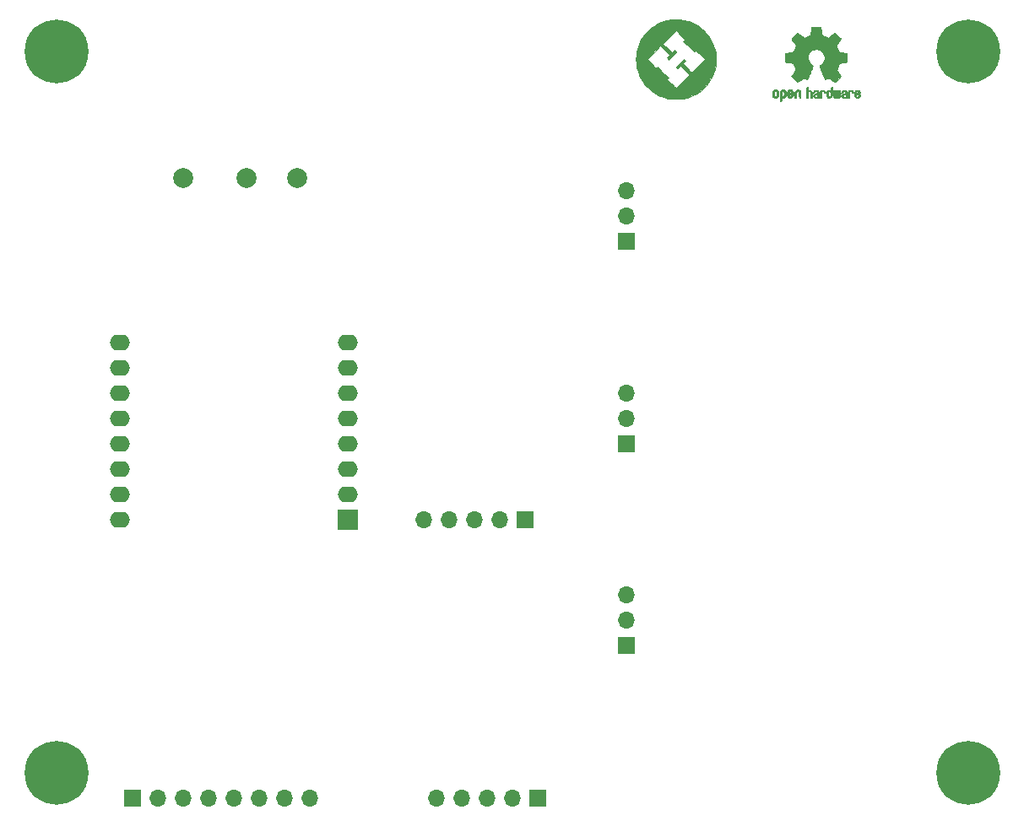
<source format=gbr>
%TF.GenerationSoftware,KiCad,Pcbnew,(6.0.5)*%
%TF.CreationDate,2022-06-11T19:16:15+01:00*%
%TF.ProjectId,kiln-pcb,6b696c6e-2d70-4636-922e-6b696361645f,rev?*%
%TF.SameCoordinates,Original*%
%TF.FileFunction,Soldermask,Top*%
%TF.FilePolarity,Negative*%
%FSLAX46Y46*%
G04 Gerber Fmt 4.6, Leading zero omitted, Abs format (unit mm)*
G04 Created by KiCad (PCBNEW (6.0.5)) date 2022-06-11 19:16:15*
%MOMM*%
%LPD*%
G01*
G04 APERTURE LIST*
%ADD10C,0.010000*%
%ADD11C,0.800000*%
%ADD12C,6.400000*%
%ADD13R,1.700000X1.700000*%
%ADD14O,1.700000X1.700000*%
%ADD15C,2.000000*%
%ADD16R,2.000000X2.000000*%
%ADD17O,2.000000X1.600000*%
G04 APERTURE END LIST*
%TO.C,Ref\u002A\u002A*%
G36*
X138230090Y-44456931D02*
G01*
X138231468Y-44450000D01*
X138329938Y-44062982D01*
X138466774Y-43690546D01*
X138639774Y-43335173D01*
X138846738Y-42999344D01*
X139085464Y-42685541D01*
X139353750Y-42396245D01*
X139649395Y-42133938D01*
X139970199Y-41901101D01*
X140313959Y-41700215D01*
X140678475Y-41533761D01*
X140885521Y-41458283D01*
X141283654Y-41347633D01*
X141686925Y-41278653D01*
X142092994Y-41251343D01*
X142499520Y-41265705D01*
X142904162Y-41321741D01*
X143304580Y-41419453D01*
X143422396Y-41456517D01*
X143786192Y-41595073D01*
X144122861Y-41761998D01*
X144438561Y-41961031D01*
X144739451Y-42195911D01*
X144935977Y-42375341D01*
X145165346Y-42611677D01*
X145361942Y-42847711D01*
X145533782Y-43094467D01*
X145688885Y-43362971D01*
X145767431Y-43518667D01*
X145925866Y-43893970D01*
X146044026Y-44277872D01*
X146122393Y-44667521D01*
X146161449Y-45060069D01*
X146161676Y-45452664D01*
X146123554Y-45842457D01*
X146047566Y-46226598D01*
X145934192Y-46602236D01*
X145783915Y-46966521D01*
X145597217Y-47316603D01*
X145374577Y-47649633D01*
X145116479Y-47962759D01*
X144995008Y-48090280D01*
X144693220Y-48364190D01*
X144367745Y-48604028D01*
X144021452Y-48808615D01*
X143657211Y-48976775D01*
X143277891Y-49107330D01*
X142886360Y-49199103D01*
X142485487Y-49250915D01*
X142138562Y-49262648D01*
X142014371Y-49259990D01*
X141886963Y-49254849D01*
X141771902Y-49247985D01*
X141689855Y-49240748D01*
X141329241Y-49180909D01*
X140965599Y-49084112D01*
X140608528Y-48953803D01*
X140267629Y-48793429D01*
X139987817Y-48629634D01*
X139654382Y-48389132D01*
X139351387Y-48120683D01*
X139079898Y-47826821D01*
X138840981Y-47510084D01*
X138635701Y-47173007D01*
X138465124Y-46818125D01*
X138330316Y-46447973D01*
X138232341Y-46065089D01*
X138172265Y-45672007D01*
X138151155Y-45271263D01*
X138151958Y-45254029D01*
X139266328Y-45254029D01*
X140164786Y-46153217D01*
X140239922Y-46079849D01*
X140315057Y-46006481D01*
X140864219Y-46555948D01*
X141413381Y-47105414D01*
X141340622Y-47180481D01*
X141267864Y-47255549D01*
X141711504Y-47699566D01*
X141823759Y-47811563D01*
X141926300Y-47913191D01*
X142015343Y-48000753D01*
X142087104Y-48070553D01*
X142137798Y-48118894D01*
X142163642Y-48142080D01*
X142166041Y-48143583D01*
X142182790Y-48129088D01*
X142226353Y-48087610D01*
X142293671Y-48022159D01*
X142381685Y-47935748D01*
X142487337Y-47831388D01*
X142607566Y-47712089D01*
X142739313Y-47580864D01*
X142843470Y-47476801D01*
X143510000Y-46810019D01*
X143060556Y-46360576D01*
X142611112Y-45911132D01*
X142462983Y-46058125D01*
X142314854Y-46205119D01*
X142240479Y-46133032D01*
X142197030Y-46086647D01*
X142170241Y-46049818D01*
X142166105Y-46038419D01*
X142180547Y-46017357D01*
X142220573Y-45971919D01*
X142281236Y-45907052D01*
X142357585Y-45827702D01*
X142444671Y-45738814D01*
X142537546Y-45645337D01*
X142631260Y-45552214D01*
X142720863Y-45464394D01*
X142801408Y-45386822D01*
X142867945Y-45324446D01*
X142915524Y-45282210D01*
X142939197Y-45265061D01*
X142940042Y-45264917D01*
X142966607Y-45279014D01*
X143009311Y-45314862D01*
X143034220Y-45339291D01*
X143106307Y-45413666D01*
X142822617Y-45699548D01*
X143722161Y-46598362D01*
X144388664Y-45931607D01*
X145055166Y-45264853D01*
X144606016Y-44815702D01*
X144156865Y-44366552D01*
X144086519Y-44434734D01*
X144040398Y-44475502D01*
X144004997Y-44499869D01*
X143995858Y-44502917D01*
X143976722Y-44488442D01*
X143931273Y-44447260D01*
X143862994Y-44382731D01*
X143775372Y-44298215D01*
X143671891Y-44197074D01*
X143556037Y-44082666D01*
X143436530Y-43963592D01*
X142897516Y-43424267D01*
X142975960Y-43343933D01*
X143054405Y-43263598D01*
X142155215Y-42365138D01*
X141488712Y-43031892D01*
X140822209Y-43698647D01*
X141721097Y-44597535D01*
X142008775Y-44312061D01*
X142098023Y-44402998D01*
X142145554Y-44454545D01*
X142177927Y-44495616D01*
X142187271Y-44514086D01*
X142172836Y-44534793D01*
X142132829Y-44579896D01*
X142072199Y-44644455D01*
X141995894Y-44723531D01*
X141908861Y-44812183D01*
X141816049Y-44905472D01*
X141722407Y-44998456D01*
X141632882Y-45086196D01*
X141552423Y-45163752D01*
X141485977Y-45226183D01*
X141438494Y-45268550D01*
X141414920Y-45285912D01*
X141414024Y-45286083D01*
X141388305Y-45271992D01*
X141344366Y-45235455D01*
X141302794Y-45195442D01*
X141213837Y-45104801D01*
X141362082Y-44957692D01*
X141510326Y-44810583D01*
X141060494Y-44360385D01*
X140610661Y-43910187D01*
X139938494Y-44582108D01*
X139266328Y-45254029D01*
X138151958Y-45254029D01*
X138170075Y-44865392D01*
X138230090Y-44456931D01*
G37*
D10*
X138230090Y-44456931D02*
X138231468Y-44450000D01*
X138329938Y-44062982D01*
X138466774Y-43690546D01*
X138639774Y-43335173D01*
X138846738Y-42999344D01*
X139085464Y-42685541D01*
X139353750Y-42396245D01*
X139649395Y-42133938D01*
X139970199Y-41901101D01*
X140313959Y-41700215D01*
X140678475Y-41533761D01*
X140885521Y-41458283D01*
X141283654Y-41347633D01*
X141686925Y-41278653D01*
X142092994Y-41251343D01*
X142499520Y-41265705D01*
X142904162Y-41321741D01*
X143304580Y-41419453D01*
X143422396Y-41456517D01*
X143786192Y-41595073D01*
X144122861Y-41761998D01*
X144438561Y-41961031D01*
X144739451Y-42195911D01*
X144935977Y-42375341D01*
X145165346Y-42611677D01*
X145361942Y-42847711D01*
X145533782Y-43094467D01*
X145688885Y-43362971D01*
X145767431Y-43518667D01*
X145925866Y-43893970D01*
X146044026Y-44277872D01*
X146122393Y-44667521D01*
X146161449Y-45060069D01*
X146161676Y-45452664D01*
X146123554Y-45842457D01*
X146047566Y-46226598D01*
X145934192Y-46602236D01*
X145783915Y-46966521D01*
X145597217Y-47316603D01*
X145374577Y-47649633D01*
X145116479Y-47962759D01*
X144995008Y-48090280D01*
X144693220Y-48364190D01*
X144367745Y-48604028D01*
X144021452Y-48808615D01*
X143657211Y-48976775D01*
X143277891Y-49107330D01*
X142886360Y-49199103D01*
X142485487Y-49250915D01*
X142138562Y-49262648D01*
X142014371Y-49259990D01*
X141886963Y-49254849D01*
X141771902Y-49247985D01*
X141689855Y-49240748D01*
X141329241Y-49180909D01*
X140965599Y-49084112D01*
X140608528Y-48953803D01*
X140267629Y-48793429D01*
X139987817Y-48629634D01*
X139654382Y-48389132D01*
X139351387Y-48120683D01*
X139079898Y-47826821D01*
X138840981Y-47510084D01*
X138635701Y-47173007D01*
X138465124Y-46818125D01*
X138330316Y-46447973D01*
X138232341Y-46065089D01*
X138172265Y-45672007D01*
X138151155Y-45271263D01*
X138151958Y-45254029D01*
X139266328Y-45254029D01*
X140164786Y-46153217D01*
X140239922Y-46079849D01*
X140315057Y-46006481D01*
X140864219Y-46555948D01*
X141413381Y-47105414D01*
X141340622Y-47180481D01*
X141267864Y-47255549D01*
X141711504Y-47699566D01*
X141823759Y-47811563D01*
X141926300Y-47913191D01*
X142015343Y-48000753D01*
X142087104Y-48070553D01*
X142137798Y-48118894D01*
X142163642Y-48142080D01*
X142166041Y-48143583D01*
X142182790Y-48129088D01*
X142226353Y-48087610D01*
X142293671Y-48022159D01*
X142381685Y-47935748D01*
X142487337Y-47831388D01*
X142607566Y-47712089D01*
X142739313Y-47580864D01*
X142843470Y-47476801D01*
X143510000Y-46810019D01*
X143060556Y-46360576D01*
X142611112Y-45911132D01*
X142462983Y-46058125D01*
X142314854Y-46205119D01*
X142240479Y-46133032D01*
X142197030Y-46086647D01*
X142170241Y-46049818D01*
X142166105Y-46038419D01*
X142180547Y-46017357D01*
X142220573Y-45971919D01*
X142281236Y-45907052D01*
X142357585Y-45827702D01*
X142444671Y-45738814D01*
X142537546Y-45645337D01*
X142631260Y-45552214D01*
X142720863Y-45464394D01*
X142801408Y-45386822D01*
X142867945Y-45324446D01*
X142915524Y-45282210D01*
X142939197Y-45265061D01*
X142940042Y-45264917D01*
X142966607Y-45279014D01*
X143009311Y-45314862D01*
X143034220Y-45339291D01*
X143106307Y-45413666D01*
X142822617Y-45699548D01*
X143722161Y-46598362D01*
X144388664Y-45931607D01*
X145055166Y-45264853D01*
X144606016Y-44815702D01*
X144156865Y-44366552D01*
X144086519Y-44434734D01*
X144040398Y-44475502D01*
X144004997Y-44499869D01*
X143995858Y-44502917D01*
X143976722Y-44488442D01*
X143931273Y-44447260D01*
X143862994Y-44382731D01*
X143775372Y-44298215D01*
X143671891Y-44197074D01*
X143556037Y-44082666D01*
X143436530Y-43963592D01*
X142897516Y-43424267D01*
X142975960Y-43343933D01*
X143054405Y-43263598D01*
X142155215Y-42365138D01*
X141488712Y-43031892D01*
X140822209Y-43698647D01*
X141721097Y-44597535D01*
X142008775Y-44312061D01*
X142098023Y-44402998D01*
X142145554Y-44454545D01*
X142177927Y-44495616D01*
X142187271Y-44514086D01*
X142172836Y-44534793D01*
X142132829Y-44579896D01*
X142072199Y-44644455D01*
X141995894Y-44723531D01*
X141908861Y-44812183D01*
X141816049Y-44905472D01*
X141722407Y-44998456D01*
X141632882Y-45086196D01*
X141552423Y-45163752D01*
X141485977Y-45226183D01*
X141438494Y-45268550D01*
X141414920Y-45285912D01*
X141414024Y-45286083D01*
X141388305Y-45271992D01*
X141344366Y-45235455D01*
X141302794Y-45195442D01*
X141213837Y-45104801D01*
X141362082Y-44957692D01*
X141510326Y-44810583D01*
X141060494Y-44360385D01*
X140610661Y-43910187D01*
X139938494Y-44582108D01*
X139266328Y-45254029D01*
X138151958Y-45254029D01*
X138170075Y-44865392D01*
X138230090Y-44456931D01*
%TO.C,REF\u002A\u002A*%
G36*
X155369846Y-48212120D02*
G01*
X155375572Y-48291980D01*
X155382149Y-48339039D01*
X155391262Y-48359566D01*
X155404598Y-48359829D01*
X155408923Y-48357378D01*
X155466444Y-48339636D01*
X155541268Y-48340672D01*
X155617339Y-48358910D01*
X155664918Y-48382505D01*
X155713702Y-48420198D01*
X155749364Y-48462855D01*
X155773845Y-48517057D01*
X155789087Y-48589384D01*
X155797030Y-48686419D01*
X155799616Y-48814742D01*
X155799662Y-48839358D01*
X155799692Y-49115870D01*
X155738161Y-49137320D01*
X155694459Y-49151912D01*
X155670482Y-49158706D01*
X155669777Y-49158769D01*
X155667415Y-49140345D01*
X155665406Y-49089526D01*
X155663901Y-49012993D01*
X155663053Y-48917430D01*
X155662923Y-48859329D01*
X155662651Y-48744771D01*
X155661252Y-48662667D01*
X155657849Y-48606393D01*
X155651567Y-48569326D01*
X155641529Y-48544844D01*
X155626861Y-48526325D01*
X155617702Y-48517406D01*
X155554789Y-48481466D01*
X155486136Y-48478775D01*
X155423848Y-48509170D01*
X155412329Y-48520144D01*
X155395433Y-48540779D01*
X155383714Y-48565256D01*
X155376233Y-48600647D01*
X155372054Y-48654026D01*
X155370237Y-48732466D01*
X155369846Y-48840617D01*
X155369846Y-49115870D01*
X155308315Y-49137320D01*
X155264613Y-49151912D01*
X155240636Y-49158706D01*
X155239930Y-49158769D01*
X155238126Y-49140069D01*
X155236500Y-49087322D01*
X155235117Y-49005557D01*
X155234042Y-48899805D01*
X155233340Y-48775094D01*
X155233077Y-48636455D01*
X155233077Y-48101806D01*
X155360077Y-48048236D01*
X155369846Y-48212120D01*
G37*
X155369846Y-48212120D02*
X155375572Y-48291980D01*
X155382149Y-48339039D01*
X155391262Y-48359566D01*
X155404598Y-48359829D01*
X155408923Y-48357378D01*
X155466444Y-48339636D01*
X155541268Y-48340672D01*
X155617339Y-48358910D01*
X155664918Y-48382505D01*
X155713702Y-48420198D01*
X155749364Y-48462855D01*
X155773845Y-48517057D01*
X155789087Y-48589384D01*
X155797030Y-48686419D01*
X155799616Y-48814742D01*
X155799662Y-48839358D01*
X155799692Y-49115870D01*
X155738161Y-49137320D01*
X155694459Y-49151912D01*
X155670482Y-49158706D01*
X155669777Y-49158769D01*
X155667415Y-49140345D01*
X155665406Y-49089526D01*
X155663901Y-49012993D01*
X155663053Y-48917430D01*
X155662923Y-48859329D01*
X155662651Y-48744771D01*
X155661252Y-48662667D01*
X155657849Y-48606393D01*
X155651567Y-48569326D01*
X155641529Y-48544844D01*
X155626861Y-48526325D01*
X155617702Y-48517406D01*
X155554789Y-48481466D01*
X155486136Y-48478775D01*
X155423848Y-48509170D01*
X155412329Y-48520144D01*
X155395433Y-48540779D01*
X155383714Y-48565256D01*
X155376233Y-48600647D01*
X155372054Y-48654026D01*
X155370237Y-48732466D01*
X155369846Y-48840617D01*
X155369846Y-49115870D01*
X155308315Y-49137320D01*
X155264613Y-49151912D01*
X155240636Y-49158706D01*
X155239930Y-49158769D01*
X155238126Y-49140069D01*
X155236500Y-49087322D01*
X155235117Y-49005557D01*
X155234042Y-48899805D01*
X155233340Y-48775094D01*
X155233077Y-48636455D01*
X155233077Y-48101806D01*
X155360077Y-48048236D01*
X155369846Y-48212120D01*
G36*
X156263501Y-48346303D02*
G01*
X156340060Y-48374733D01*
X156340936Y-48375279D01*
X156388285Y-48410127D01*
X156423241Y-48450852D01*
X156447825Y-48503925D01*
X156464062Y-48575814D01*
X156473975Y-48672992D01*
X156479586Y-48801928D01*
X156480077Y-48820298D01*
X156487141Y-49097287D01*
X156427695Y-49128028D01*
X156384681Y-49148802D01*
X156358710Y-49158646D01*
X156357509Y-49158769D01*
X156353014Y-49140606D01*
X156349444Y-49091612D01*
X156347248Y-49020031D01*
X156346769Y-48962068D01*
X156346758Y-48868170D01*
X156342466Y-48809203D01*
X156327503Y-48781079D01*
X156295482Y-48779706D01*
X156240014Y-48800998D01*
X156156269Y-48840136D01*
X156094689Y-48872643D01*
X156063017Y-48900845D01*
X156053706Y-48931582D01*
X156053692Y-48933104D01*
X156069057Y-48986054D01*
X156114547Y-49014660D01*
X156184166Y-49018803D01*
X156234313Y-49018084D01*
X156260754Y-49032527D01*
X156277243Y-49067218D01*
X156286733Y-49111416D01*
X156273057Y-49136493D01*
X156267907Y-49140082D01*
X156219425Y-49154496D01*
X156151531Y-49156537D01*
X156081612Y-49146983D01*
X156032068Y-49129522D01*
X155963570Y-49071364D01*
X155924634Y-48990408D01*
X155916923Y-48927160D01*
X155922807Y-48870111D01*
X155944101Y-48823542D01*
X155986265Y-48782181D01*
X156054759Y-48740755D01*
X156155044Y-48693993D01*
X156161154Y-48691350D01*
X156251490Y-48649617D01*
X156307235Y-48615391D01*
X156331129Y-48584635D01*
X156325913Y-48553311D01*
X156294328Y-48517383D01*
X156284883Y-48509116D01*
X156221617Y-48477058D01*
X156156064Y-48478407D01*
X156098972Y-48509838D01*
X156061093Y-48568024D01*
X156057574Y-48579446D01*
X156023300Y-48634837D01*
X155979809Y-48661518D01*
X155916923Y-48687960D01*
X155916923Y-48619548D01*
X155936052Y-48520110D01*
X155992831Y-48428902D01*
X156022378Y-48398389D01*
X156089542Y-48359228D01*
X156174956Y-48341500D01*
X156263501Y-48346303D01*
G37*
X156263501Y-48346303D02*
X156340060Y-48374733D01*
X156340936Y-48375279D01*
X156388285Y-48410127D01*
X156423241Y-48450852D01*
X156447825Y-48503925D01*
X156464062Y-48575814D01*
X156473975Y-48672992D01*
X156479586Y-48801928D01*
X156480077Y-48820298D01*
X156487141Y-49097287D01*
X156427695Y-49128028D01*
X156384681Y-49148802D01*
X156358710Y-49158646D01*
X156357509Y-49158769D01*
X156353014Y-49140606D01*
X156349444Y-49091612D01*
X156347248Y-49020031D01*
X156346769Y-48962068D01*
X156346758Y-48868170D01*
X156342466Y-48809203D01*
X156327503Y-48781079D01*
X156295482Y-48779706D01*
X156240014Y-48800998D01*
X156156269Y-48840136D01*
X156094689Y-48872643D01*
X156063017Y-48900845D01*
X156053706Y-48931582D01*
X156053692Y-48933104D01*
X156069057Y-48986054D01*
X156114547Y-49014660D01*
X156184166Y-49018803D01*
X156234313Y-49018084D01*
X156260754Y-49032527D01*
X156277243Y-49067218D01*
X156286733Y-49111416D01*
X156273057Y-49136493D01*
X156267907Y-49140082D01*
X156219425Y-49154496D01*
X156151531Y-49156537D01*
X156081612Y-49146983D01*
X156032068Y-49129522D01*
X155963570Y-49071364D01*
X155924634Y-48990408D01*
X155916923Y-48927160D01*
X155922807Y-48870111D01*
X155944101Y-48823542D01*
X155986265Y-48782181D01*
X156054759Y-48740755D01*
X156155044Y-48693993D01*
X156161154Y-48691350D01*
X156251490Y-48649617D01*
X156307235Y-48615391D01*
X156331129Y-48584635D01*
X156325913Y-48553311D01*
X156294328Y-48517383D01*
X156284883Y-48509116D01*
X156221617Y-48477058D01*
X156156064Y-48478407D01*
X156098972Y-48509838D01*
X156061093Y-48568024D01*
X156057574Y-48579446D01*
X156023300Y-48634837D01*
X155979809Y-48661518D01*
X155916923Y-48687960D01*
X155916923Y-48619548D01*
X155936052Y-48520110D01*
X155992831Y-48428902D01*
X156022378Y-48398389D01*
X156089542Y-48359228D01*
X156174956Y-48341500D01*
X156263501Y-48346303D01*
G36*
X159097333Y-48353528D02*
G01*
X159153590Y-48379117D01*
X159197747Y-48410124D01*
X159230101Y-48444795D01*
X159252438Y-48489520D01*
X159266546Y-48550692D01*
X159274211Y-48634701D01*
X159277220Y-48747940D01*
X159277538Y-48822509D01*
X159277538Y-49113420D01*
X159227773Y-49136095D01*
X159188576Y-49152667D01*
X159169157Y-49158769D01*
X159165442Y-49140610D01*
X159162495Y-49091648D01*
X159160691Y-49020153D01*
X159160308Y-48963385D01*
X159158661Y-48881371D01*
X159154222Y-48816309D01*
X159147740Y-48776467D01*
X159142590Y-48768000D01*
X159107977Y-48776646D01*
X159053640Y-48798823D01*
X158990722Y-48828886D01*
X158930368Y-48861192D01*
X158883721Y-48890098D01*
X158861926Y-48909961D01*
X158861839Y-48910175D01*
X158863714Y-48946935D01*
X158880525Y-48982026D01*
X158910039Y-49010528D01*
X158953116Y-49020061D01*
X158989932Y-49018950D01*
X159042074Y-49018133D01*
X159069444Y-49030349D01*
X159085882Y-49062624D01*
X159087955Y-49068710D01*
X159095081Y-49114739D01*
X159076024Y-49142687D01*
X159026353Y-49156007D01*
X158972697Y-49158470D01*
X158876142Y-49140210D01*
X158826159Y-49114131D01*
X158764429Y-49052868D01*
X158731690Y-48977670D01*
X158728753Y-48898211D01*
X158756424Y-48824167D01*
X158798047Y-48777769D01*
X158839604Y-48751793D01*
X158904922Y-48718907D01*
X158981038Y-48685557D01*
X158993726Y-48680461D01*
X159077333Y-48643565D01*
X159125530Y-48611046D01*
X159141030Y-48578718D01*
X159126550Y-48542394D01*
X159101692Y-48514000D01*
X159042939Y-48479039D01*
X158978293Y-48476417D01*
X158919008Y-48503358D01*
X158876339Y-48557088D01*
X158870739Y-48570950D01*
X158838133Y-48621936D01*
X158790530Y-48659787D01*
X158730461Y-48690850D01*
X158730461Y-48602768D01*
X158733997Y-48548951D01*
X158749156Y-48506534D01*
X158782768Y-48461279D01*
X158815035Y-48426420D01*
X158865209Y-48377062D01*
X158904193Y-48350547D01*
X158946064Y-48339911D01*
X158993460Y-48338154D01*
X159097333Y-48353528D01*
G37*
X159097333Y-48353528D02*
X159153590Y-48379117D01*
X159197747Y-48410124D01*
X159230101Y-48444795D01*
X159252438Y-48489520D01*
X159266546Y-48550692D01*
X159274211Y-48634701D01*
X159277220Y-48747940D01*
X159277538Y-48822509D01*
X159277538Y-49113420D01*
X159227773Y-49136095D01*
X159188576Y-49152667D01*
X159169157Y-49158769D01*
X159165442Y-49140610D01*
X159162495Y-49091648D01*
X159160691Y-49020153D01*
X159160308Y-48963385D01*
X159158661Y-48881371D01*
X159154222Y-48816309D01*
X159147740Y-48776467D01*
X159142590Y-48768000D01*
X159107977Y-48776646D01*
X159053640Y-48798823D01*
X158990722Y-48828886D01*
X158930368Y-48861192D01*
X158883721Y-48890098D01*
X158861926Y-48909961D01*
X158861839Y-48910175D01*
X158863714Y-48946935D01*
X158880525Y-48982026D01*
X158910039Y-49010528D01*
X158953116Y-49020061D01*
X158989932Y-49018950D01*
X159042074Y-49018133D01*
X159069444Y-49030349D01*
X159085882Y-49062624D01*
X159087955Y-49068710D01*
X159095081Y-49114739D01*
X159076024Y-49142687D01*
X159026353Y-49156007D01*
X158972697Y-49158470D01*
X158876142Y-49140210D01*
X158826159Y-49114131D01*
X158764429Y-49052868D01*
X158731690Y-48977670D01*
X158728753Y-48898211D01*
X158756424Y-48824167D01*
X158798047Y-48777769D01*
X158839604Y-48751793D01*
X158904922Y-48718907D01*
X158981038Y-48685557D01*
X158993726Y-48680461D01*
X159077333Y-48643565D01*
X159125530Y-48611046D01*
X159141030Y-48578718D01*
X159126550Y-48542394D01*
X159101692Y-48514000D01*
X159042939Y-48479039D01*
X158978293Y-48476417D01*
X158919008Y-48503358D01*
X158876339Y-48557088D01*
X158870739Y-48570950D01*
X158838133Y-48621936D01*
X158790530Y-48659787D01*
X158730461Y-48690850D01*
X158730461Y-48602768D01*
X158733997Y-48548951D01*
X158749156Y-48506534D01*
X158782768Y-48461279D01*
X158815035Y-48426420D01*
X158865209Y-48377062D01*
X158904193Y-48350547D01*
X158946064Y-48339911D01*
X158993460Y-48338154D01*
X159097333Y-48353528D01*
G36*
X156923362Y-48344670D02*
G01*
X157012117Y-48377421D01*
X157084022Y-48435350D01*
X157112144Y-48476128D01*
X157142802Y-48550954D01*
X157142165Y-48605058D01*
X157109987Y-48641446D01*
X157098081Y-48647633D01*
X157046675Y-48666925D01*
X157020422Y-48661982D01*
X157011530Y-48629587D01*
X157011077Y-48611692D01*
X156994797Y-48545859D01*
X156952365Y-48499807D01*
X156893388Y-48477564D01*
X156827475Y-48483161D01*
X156773895Y-48512229D01*
X156755798Y-48528810D01*
X156742971Y-48548925D01*
X156734306Y-48579332D01*
X156728696Y-48626788D01*
X156725035Y-48698050D01*
X156722215Y-48799875D01*
X156721484Y-48832115D01*
X156718820Y-48942410D01*
X156715792Y-49020036D01*
X156711250Y-49071396D01*
X156704046Y-49102890D01*
X156693033Y-49120920D01*
X156677060Y-49131888D01*
X156666834Y-49136733D01*
X156623406Y-49153301D01*
X156597842Y-49158769D01*
X156589395Y-49140507D01*
X156584239Y-49085296D01*
X156582346Y-48992499D01*
X156583689Y-48861478D01*
X156584107Y-48841269D01*
X156587058Y-48721733D01*
X156590548Y-48634449D01*
X156595514Y-48572591D01*
X156602893Y-48529336D01*
X156613624Y-48497860D01*
X156628645Y-48471339D01*
X156636502Y-48459975D01*
X156681553Y-48409692D01*
X156731940Y-48370581D01*
X156738108Y-48367167D01*
X156828458Y-48340212D01*
X156923362Y-48344670D01*
G37*
X156923362Y-48344670D02*
X157012117Y-48377421D01*
X157084022Y-48435350D01*
X157112144Y-48476128D01*
X157142802Y-48550954D01*
X157142165Y-48605058D01*
X157109987Y-48641446D01*
X157098081Y-48647633D01*
X157046675Y-48666925D01*
X157020422Y-48661982D01*
X157011530Y-48629587D01*
X157011077Y-48611692D01*
X156994797Y-48545859D01*
X156952365Y-48499807D01*
X156893388Y-48477564D01*
X156827475Y-48483161D01*
X156773895Y-48512229D01*
X156755798Y-48528810D01*
X156742971Y-48548925D01*
X156734306Y-48579332D01*
X156728696Y-48626788D01*
X156725035Y-48698050D01*
X156722215Y-48799875D01*
X156721484Y-48832115D01*
X156718820Y-48942410D01*
X156715792Y-49020036D01*
X156711250Y-49071396D01*
X156704046Y-49102890D01*
X156693033Y-49120920D01*
X156677060Y-49131888D01*
X156666834Y-49136733D01*
X156623406Y-49153301D01*
X156597842Y-49158769D01*
X156589395Y-49140507D01*
X156584239Y-49085296D01*
X156582346Y-48992499D01*
X156583689Y-48861478D01*
X156584107Y-48841269D01*
X156587058Y-48721733D01*
X156590548Y-48634449D01*
X156595514Y-48572591D01*
X156602893Y-48529336D01*
X156613624Y-48497860D01*
X156628645Y-48471339D01*
X156636502Y-48459975D01*
X156681553Y-48409692D01*
X156731940Y-48370581D01*
X156738108Y-48367167D01*
X156828458Y-48340212D01*
X156923362Y-48344670D01*
G36*
X160070279Y-48540310D02*
G01*
X160088707Y-48474767D01*
X160118607Y-48426512D01*
X160162327Y-48388367D01*
X160181388Y-48376040D01*
X160267973Y-48343936D01*
X160362769Y-48341916D01*
X160454471Y-48367438D01*
X160531775Y-48417961D01*
X160569061Y-48463190D01*
X160598600Y-48545263D01*
X160600946Y-48610207D01*
X160595632Y-48697045D01*
X160395362Y-48784703D01*
X160297986Y-48829487D01*
X160234360Y-48865513D01*
X160201276Y-48896717D01*
X160195527Y-48927036D01*
X160213905Y-48960405D01*
X160234170Y-48982523D01*
X160293136Y-49017993D01*
X160357271Y-49020479D01*
X160416173Y-48992835D01*
X160459444Y-48937920D01*
X160467183Y-48918528D01*
X160504253Y-48857964D01*
X160546901Y-48832152D01*
X160605401Y-48810071D01*
X160605401Y-48893784D01*
X160600229Y-48950750D01*
X160579970Y-48998789D01*
X160537509Y-49053946D01*
X160531198Y-49061114D01*
X160483967Y-49110185D01*
X160443368Y-49136520D01*
X160392575Y-49148635D01*
X160350467Y-49152603D01*
X160275149Y-49153591D01*
X160221533Y-49141066D01*
X160188085Y-49122469D01*
X160135515Y-49081575D01*
X160099126Y-49037348D01*
X160076097Y-48981726D01*
X160063606Y-48906647D01*
X160058834Y-48804049D01*
X160058453Y-48751976D01*
X160059748Y-48689548D01*
X160177718Y-48689548D01*
X160179086Y-48723038D01*
X160182496Y-48728523D01*
X160205000Y-48721072D01*
X160253429Y-48701353D01*
X160318155Y-48673318D01*
X160331690Y-48667292D01*
X160413491Y-48625696D01*
X160458559Y-48589138D01*
X160468464Y-48554896D01*
X160444773Y-48520248D01*
X160425207Y-48504939D01*
X160354607Y-48474321D01*
X160288527Y-48479380D01*
X160233206Y-48516751D01*
X160194883Y-48583073D01*
X160182596Y-48635716D01*
X160177718Y-48689548D01*
X160059748Y-48689548D01*
X160060977Y-48630320D01*
X160070279Y-48540310D01*
G37*
X160070279Y-48540310D02*
X160088707Y-48474767D01*
X160118607Y-48426512D01*
X160162327Y-48388367D01*
X160181388Y-48376040D01*
X160267973Y-48343936D01*
X160362769Y-48341916D01*
X160454471Y-48367438D01*
X160531775Y-48417961D01*
X160569061Y-48463190D01*
X160598600Y-48545263D01*
X160600946Y-48610207D01*
X160595632Y-48697045D01*
X160395362Y-48784703D01*
X160297986Y-48829487D01*
X160234360Y-48865513D01*
X160201276Y-48896717D01*
X160195527Y-48927036D01*
X160213905Y-48960405D01*
X160234170Y-48982523D01*
X160293136Y-49017993D01*
X160357271Y-49020479D01*
X160416173Y-48992835D01*
X160459444Y-48937920D01*
X160467183Y-48918528D01*
X160504253Y-48857964D01*
X160546901Y-48832152D01*
X160605401Y-48810071D01*
X160605401Y-48893784D01*
X160600229Y-48950750D01*
X160579970Y-48998789D01*
X160537509Y-49053946D01*
X160531198Y-49061114D01*
X160483967Y-49110185D01*
X160443368Y-49136520D01*
X160392575Y-49148635D01*
X160350467Y-49152603D01*
X160275149Y-49153591D01*
X160221533Y-49141066D01*
X160188085Y-49122469D01*
X160135515Y-49081575D01*
X160099126Y-49037348D01*
X160076097Y-48981726D01*
X160063606Y-48906647D01*
X160058834Y-48804049D01*
X160058453Y-48751976D01*
X160059748Y-48689548D01*
X160177718Y-48689548D01*
X160179086Y-48723038D01*
X160182496Y-48728523D01*
X160205000Y-48721072D01*
X160253429Y-48701353D01*
X160318155Y-48673318D01*
X160331690Y-48667292D01*
X160413491Y-48625696D01*
X160458559Y-48589138D01*
X160468464Y-48554896D01*
X160444773Y-48520248D01*
X160425207Y-48504939D01*
X160354607Y-48474321D01*
X160288527Y-48479380D01*
X160233206Y-48516751D01*
X160194883Y-48583073D01*
X160182596Y-48635716D01*
X160177718Y-48689548D01*
X160059748Y-48689548D01*
X160060977Y-48630320D01*
X160070279Y-48540310D01*
G36*
X153344778Y-48461055D02*
G01*
X153390421Y-48395215D01*
X153472802Y-48328681D01*
X153563546Y-48295676D01*
X153656185Y-48293573D01*
X153744254Y-48319745D01*
X153821286Y-48371567D01*
X153880816Y-48446412D01*
X153916378Y-48541654D01*
X153923571Y-48611756D01*
X153922754Y-48641009D01*
X153915914Y-48663407D01*
X153897112Y-48683474D01*
X153860408Y-48705733D01*
X153799862Y-48734709D01*
X153709534Y-48774927D01*
X153709077Y-48775129D01*
X153625933Y-48813210D01*
X153557753Y-48847025D01*
X153511505Y-48872933D01*
X153494158Y-48887295D01*
X153494154Y-48887411D01*
X153509443Y-48918685D01*
X153545196Y-48953157D01*
X153586242Y-48977990D01*
X153607037Y-48982923D01*
X153663770Y-48965862D01*
X153712627Y-48923133D01*
X153736465Y-48876155D01*
X153759397Y-48841522D01*
X153804318Y-48802081D01*
X153857123Y-48768009D01*
X153903710Y-48749480D01*
X153913452Y-48748462D01*
X153924418Y-48765215D01*
X153925079Y-48808039D01*
X153917020Y-48865781D01*
X153901827Y-48927289D01*
X153881086Y-48981409D01*
X153880038Y-48983510D01*
X153817621Y-49070660D01*
X153736726Y-49129939D01*
X153644856Y-49159034D01*
X153549513Y-49155634D01*
X153458198Y-49117428D01*
X153454138Y-49114741D01*
X153382306Y-49049642D01*
X153335073Y-48964705D01*
X153308934Y-48853021D01*
X153305426Y-48821643D01*
X153299213Y-48673536D01*
X153306661Y-48604468D01*
X153494154Y-48604468D01*
X153496590Y-48647552D01*
X153509914Y-48660126D01*
X153543132Y-48650719D01*
X153595494Y-48628483D01*
X153654024Y-48600610D01*
X153655479Y-48599872D01*
X153705089Y-48573777D01*
X153725000Y-48556363D01*
X153720090Y-48538107D01*
X153699416Y-48514120D01*
X153646819Y-48479406D01*
X153590177Y-48476856D01*
X153539369Y-48502119D01*
X153504276Y-48550847D01*
X153494154Y-48604468D01*
X153306661Y-48604468D01*
X153311992Y-48555036D01*
X153344778Y-48461055D01*
G37*
X153344778Y-48461055D02*
X153390421Y-48395215D01*
X153472802Y-48328681D01*
X153563546Y-48295676D01*
X153656185Y-48293573D01*
X153744254Y-48319745D01*
X153821286Y-48371567D01*
X153880816Y-48446412D01*
X153916378Y-48541654D01*
X153923571Y-48611756D01*
X153922754Y-48641009D01*
X153915914Y-48663407D01*
X153897112Y-48683474D01*
X153860408Y-48705733D01*
X153799862Y-48734709D01*
X153709534Y-48774927D01*
X153709077Y-48775129D01*
X153625933Y-48813210D01*
X153557753Y-48847025D01*
X153511505Y-48872933D01*
X153494158Y-48887295D01*
X153494154Y-48887411D01*
X153509443Y-48918685D01*
X153545196Y-48953157D01*
X153586242Y-48977990D01*
X153607037Y-48982923D01*
X153663770Y-48965862D01*
X153712627Y-48923133D01*
X153736465Y-48876155D01*
X153759397Y-48841522D01*
X153804318Y-48802081D01*
X153857123Y-48768009D01*
X153903710Y-48749480D01*
X153913452Y-48748462D01*
X153924418Y-48765215D01*
X153925079Y-48808039D01*
X153917020Y-48865781D01*
X153901827Y-48927289D01*
X153881086Y-48981409D01*
X153880038Y-48983510D01*
X153817621Y-49070660D01*
X153736726Y-49129939D01*
X153644856Y-49159034D01*
X153549513Y-49155634D01*
X153458198Y-49117428D01*
X153454138Y-49114741D01*
X153382306Y-49049642D01*
X153335073Y-48964705D01*
X153308934Y-48853021D01*
X153305426Y-48821643D01*
X153299213Y-48673536D01*
X153306661Y-48604468D01*
X153494154Y-48604468D01*
X153496590Y-48647552D01*
X153509914Y-48660126D01*
X153543132Y-48650719D01*
X153595494Y-48628483D01*
X153654024Y-48600610D01*
X153655479Y-48599872D01*
X153705089Y-48573777D01*
X153725000Y-48556363D01*
X153720090Y-48538107D01*
X153699416Y-48514120D01*
X153646819Y-48479406D01*
X153590177Y-48476856D01*
X153539369Y-48502119D01*
X153504276Y-48550847D01*
X153494154Y-48604468D01*
X153306661Y-48604468D01*
X153311992Y-48555036D01*
X153344778Y-48461055D01*
G36*
X158605208Y-48356712D02*
G01*
X158608190Y-48408118D01*
X158610526Y-48486242D01*
X158612028Y-48584907D01*
X158612510Y-48688393D01*
X158612510Y-49038583D01*
X158550680Y-49100413D01*
X158508072Y-49138512D01*
X158470669Y-49153945D01*
X158419549Y-49152968D01*
X158399257Y-49150483D01*
X158335833Y-49143250D01*
X158283374Y-49139105D01*
X158270587Y-49138722D01*
X158227478Y-49141226D01*
X158165823Y-49147512D01*
X158141917Y-49150483D01*
X158083201Y-49155078D01*
X158043743Y-49145096D01*
X158004617Y-49114278D01*
X157990494Y-49100413D01*
X157928664Y-49038583D01*
X157928664Y-48383553D01*
X157978429Y-48360879D01*
X158021281Y-48344084D01*
X158046352Y-48338204D01*
X158052780Y-48356786D01*
X158058788Y-48408705D01*
X158063976Y-48488222D01*
X158067943Y-48589596D01*
X158069856Y-48675242D01*
X158075202Y-49012281D01*
X158121839Y-49018875D01*
X158164255Y-49014264D01*
X158185039Y-48999337D01*
X158190849Y-48971427D01*
X158195809Y-48911975D01*
X158199525Y-48828516D01*
X158201603Y-48728582D01*
X158201903Y-48677154D01*
X158202202Y-48381104D01*
X158263733Y-48359654D01*
X158307283Y-48345070D01*
X158330973Y-48338269D01*
X158331656Y-48338204D01*
X158334033Y-48356692D01*
X158336645Y-48407956D01*
X158339274Y-48485699D01*
X158341700Y-48583624D01*
X158343394Y-48675242D01*
X158348740Y-49012281D01*
X158465971Y-49012281D01*
X158471351Y-48704796D01*
X158476730Y-48397311D01*
X158533880Y-48367757D01*
X158576076Y-48347463D01*
X158601049Y-48338254D01*
X158601770Y-48338204D01*
X158605208Y-48356712D01*
G37*
X158605208Y-48356712D02*
X158608190Y-48408118D01*
X158610526Y-48486242D01*
X158612028Y-48584907D01*
X158612510Y-48688393D01*
X158612510Y-49038583D01*
X158550680Y-49100413D01*
X158508072Y-49138512D01*
X158470669Y-49153945D01*
X158419549Y-49152968D01*
X158399257Y-49150483D01*
X158335833Y-49143250D01*
X158283374Y-49139105D01*
X158270587Y-49138722D01*
X158227478Y-49141226D01*
X158165823Y-49147512D01*
X158141917Y-49150483D01*
X158083201Y-49155078D01*
X158043743Y-49145096D01*
X158004617Y-49114278D01*
X157990494Y-49100413D01*
X157928664Y-49038583D01*
X157928664Y-48383553D01*
X157978429Y-48360879D01*
X158021281Y-48344084D01*
X158046352Y-48338204D01*
X158052780Y-48356786D01*
X158058788Y-48408705D01*
X158063976Y-48488222D01*
X158067943Y-48589596D01*
X158069856Y-48675242D01*
X158075202Y-49012281D01*
X158121839Y-49018875D01*
X158164255Y-49014264D01*
X158185039Y-48999337D01*
X158190849Y-48971427D01*
X158195809Y-48911975D01*
X158199525Y-48828516D01*
X158201603Y-48728582D01*
X158201903Y-48677154D01*
X158202202Y-48381104D01*
X158263733Y-48359654D01*
X158307283Y-48345070D01*
X158330973Y-48338269D01*
X158331656Y-48338204D01*
X158334033Y-48356692D01*
X158336645Y-48407956D01*
X158339274Y-48485699D01*
X158341700Y-48583624D01*
X158343394Y-48675242D01*
X158348740Y-49012281D01*
X158465971Y-49012281D01*
X158471351Y-48704796D01*
X158476730Y-48397311D01*
X158533880Y-48367757D01*
X158576076Y-48347463D01*
X158601049Y-48338254D01*
X158601770Y-48338204D01*
X158605208Y-48356712D01*
G36*
X159780807Y-48356782D02*
G01*
X159804161Y-48366988D01*
X159859902Y-48411134D01*
X159907569Y-48474967D01*
X159937048Y-48543087D01*
X159941846Y-48576670D01*
X159925760Y-48623556D01*
X159890475Y-48648365D01*
X159852644Y-48663387D01*
X159835321Y-48666155D01*
X159826886Y-48646066D01*
X159810230Y-48602351D01*
X159802923Y-48582598D01*
X159761948Y-48514271D01*
X159702622Y-48480191D01*
X159626552Y-48481239D01*
X159620918Y-48482581D01*
X159580305Y-48501836D01*
X159550448Y-48539375D01*
X159530055Y-48599809D01*
X159517836Y-48687751D01*
X159512500Y-48807813D01*
X159512000Y-48871698D01*
X159511752Y-48972403D01*
X159510126Y-49041054D01*
X159505801Y-49084673D01*
X159497454Y-49110282D01*
X159483765Y-49124903D01*
X159463411Y-49135558D01*
X159462234Y-49136095D01*
X159423038Y-49152667D01*
X159403619Y-49158769D01*
X159400635Y-49140319D01*
X159398081Y-49089323D01*
X159396140Y-49012308D01*
X159394997Y-48915805D01*
X159394769Y-48845184D01*
X159395932Y-48708525D01*
X159400479Y-48604851D01*
X159409999Y-48528108D01*
X159426081Y-48472246D01*
X159450313Y-48431212D01*
X159484286Y-48398954D01*
X159517833Y-48376440D01*
X159598499Y-48346476D01*
X159692381Y-48339718D01*
X159780807Y-48356782D01*
G37*
X159780807Y-48356782D02*
X159804161Y-48366988D01*
X159859902Y-48411134D01*
X159907569Y-48474967D01*
X159937048Y-48543087D01*
X159941846Y-48576670D01*
X159925760Y-48623556D01*
X159890475Y-48648365D01*
X159852644Y-48663387D01*
X159835321Y-48666155D01*
X159826886Y-48646066D01*
X159810230Y-48602351D01*
X159802923Y-48582598D01*
X159761948Y-48514271D01*
X159702622Y-48480191D01*
X159626552Y-48481239D01*
X159620918Y-48482581D01*
X159580305Y-48501836D01*
X159550448Y-48539375D01*
X159530055Y-48599809D01*
X159517836Y-48687751D01*
X159512500Y-48807813D01*
X159512000Y-48871698D01*
X159511752Y-48972403D01*
X159510126Y-49041054D01*
X159505801Y-49084673D01*
X159497454Y-49110282D01*
X159483765Y-49124903D01*
X159463411Y-49135558D01*
X159462234Y-49136095D01*
X159423038Y-49152667D01*
X159403619Y-49158769D01*
X159400635Y-49140319D01*
X159398081Y-49089323D01*
X159396140Y-49012308D01*
X159394997Y-48915805D01*
X159394769Y-48845184D01*
X159395932Y-48708525D01*
X159400479Y-48604851D01*
X159409999Y-48528108D01*
X159426081Y-48472246D01*
X159450313Y-48431212D01*
X159484286Y-48398954D01*
X159517833Y-48376440D01*
X159598499Y-48346476D01*
X159692381Y-48339718D01*
X159780807Y-48356782D01*
G36*
X151822246Y-48543675D02*
G01*
X151828939Y-48494932D01*
X151840577Y-48459057D01*
X151858470Y-48427317D01*
X151862425Y-48421417D01*
X151928884Y-48341873D01*
X152001302Y-48295698D01*
X152089466Y-48277368D01*
X152119404Y-48276472D01*
X152231503Y-48293025D01*
X152323081Y-48341178D01*
X152390666Y-48418674D01*
X152414674Y-48468496D01*
X152433355Y-48543302D01*
X152442918Y-48637821D01*
X152443825Y-48740979D01*
X152436538Y-48841704D01*
X152421520Y-48928922D01*
X152399232Y-48991560D01*
X152392382Y-49002348D01*
X152311249Y-49082874D01*
X152214883Y-49131105D01*
X152110318Y-49145219D01*
X152004585Y-49123398D01*
X151975160Y-49110316D01*
X151917858Y-49070000D01*
X151867567Y-49016544D01*
X151862814Y-49009764D01*
X151843495Y-48977090D01*
X151830725Y-48942163D01*
X151823181Y-48896183D01*
X151819541Y-48830353D01*
X151818482Y-48735874D01*
X151818463Y-48714692D01*
X151818511Y-48707951D01*
X152013848Y-48707951D01*
X152014985Y-48797118D01*
X152019458Y-48856289D01*
X152028863Y-48894510D01*
X152044793Y-48920822D01*
X152052925Y-48929615D01*
X152099675Y-48963030D01*
X152145064Y-48961506D01*
X152190957Y-48932521D01*
X152218329Y-48901578D01*
X152234540Y-48856412D01*
X152243643Y-48785189D01*
X152244268Y-48776883D01*
X152245821Y-48647806D01*
X152229582Y-48551941D01*
X152195769Y-48489876D01*
X152144601Y-48462201D01*
X152126337Y-48460692D01*
X152078377Y-48468282D01*
X152045570Y-48494577D01*
X152025512Y-48544864D01*
X152015795Y-48624433D01*
X152013848Y-48707951D01*
X151818511Y-48707951D01*
X151819191Y-48614018D01*
X151822246Y-48543675D01*
G37*
X151822246Y-48543675D02*
X151828939Y-48494932D01*
X151840577Y-48459057D01*
X151858470Y-48427317D01*
X151862425Y-48421417D01*
X151928884Y-48341873D01*
X152001302Y-48295698D01*
X152089466Y-48277368D01*
X152119404Y-48276472D01*
X152231503Y-48293025D01*
X152323081Y-48341178D01*
X152390666Y-48418674D01*
X152414674Y-48468496D01*
X152433355Y-48543302D01*
X152442918Y-48637821D01*
X152443825Y-48740979D01*
X152436538Y-48841704D01*
X152421520Y-48928922D01*
X152399232Y-48991560D01*
X152392382Y-49002348D01*
X152311249Y-49082874D01*
X152214883Y-49131105D01*
X152110318Y-49145219D01*
X152004585Y-49123398D01*
X151975160Y-49110316D01*
X151917858Y-49070000D01*
X151867567Y-49016544D01*
X151862814Y-49009764D01*
X151843495Y-48977090D01*
X151830725Y-48942163D01*
X151823181Y-48896183D01*
X151819541Y-48830353D01*
X151818482Y-48735874D01*
X151818463Y-48714692D01*
X151818511Y-48707951D01*
X152013848Y-48707951D01*
X152014985Y-48797118D01*
X152019458Y-48856289D01*
X152028863Y-48894510D01*
X152044793Y-48920822D01*
X152052925Y-48929615D01*
X152099675Y-48963030D01*
X152145064Y-48961506D01*
X152190957Y-48932521D01*
X152218329Y-48901578D01*
X152234540Y-48856412D01*
X152243643Y-48785189D01*
X152244268Y-48776883D01*
X152245821Y-48647806D01*
X152229582Y-48551941D01*
X152195769Y-48489876D01*
X152144601Y-48462201D01*
X152126337Y-48460692D01*
X152078377Y-48468282D01*
X152045570Y-48494577D01*
X152025512Y-48544864D01*
X152015795Y-48624433D01*
X152013848Y-48707951D01*
X151818511Y-48707951D01*
X151819191Y-48614018D01*
X151822246Y-48543675D01*
G36*
X152566873Y-48614679D02*
G01*
X152570606Y-48550905D01*
X152575907Y-48505582D01*
X152583258Y-48473555D01*
X152593143Y-48449668D01*
X152606046Y-48428764D01*
X152611579Y-48420898D01*
X152684969Y-48346595D01*
X152777760Y-48304467D01*
X152885096Y-48292722D01*
X152978886Y-48304505D01*
X153053539Y-48341727D01*
X153119431Y-48410261D01*
X153137577Y-48435648D01*
X153157345Y-48468866D01*
X153170172Y-48504945D01*
X153177510Y-48553098D01*
X153180813Y-48622536D01*
X153181538Y-48714206D01*
X153178263Y-48839830D01*
X153166877Y-48934154D01*
X153145041Y-49004523D01*
X153110419Y-49058286D01*
X153060670Y-49102788D01*
X153057014Y-49105423D01*
X153007985Y-49132377D01*
X152948945Y-49145712D01*
X152873859Y-49149000D01*
X152751795Y-49149000D01*
X152751744Y-49267497D01*
X152750608Y-49333492D01*
X152743686Y-49372202D01*
X152725598Y-49395419D01*
X152690962Y-49414933D01*
X152682645Y-49418920D01*
X152643720Y-49437603D01*
X152613583Y-49449403D01*
X152591174Y-49450422D01*
X152575433Y-49436761D01*
X152565302Y-49404522D01*
X152559723Y-49349804D01*
X152557635Y-49268711D01*
X152557981Y-49157344D01*
X152559700Y-49011802D01*
X152560237Y-48968269D01*
X152562172Y-48818205D01*
X152563904Y-48720042D01*
X152751692Y-48720042D01*
X152752748Y-48803364D01*
X152757438Y-48857880D01*
X152768051Y-48893837D01*
X152786872Y-48921482D01*
X152799650Y-48934965D01*
X152851890Y-48974417D01*
X152898142Y-48977628D01*
X152945867Y-48945049D01*
X152947077Y-48943846D01*
X152966494Y-48918668D01*
X152978307Y-48884447D01*
X152984265Y-48831748D01*
X152986120Y-48751131D01*
X152986154Y-48733271D01*
X152981670Y-48622175D01*
X152967074Y-48545161D01*
X152940650Y-48498147D01*
X152900683Y-48477050D01*
X152877584Y-48474923D01*
X152822762Y-48484900D01*
X152785158Y-48517752D01*
X152762523Y-48577857D01*
X152752606Y-48669598D01*
X152751692Y-48720042D01*
X152563904Y-48720042D01*
X152564222Y-48702060D01*
X152566873Y-48614679D01*
G37*
X152566873Y-48614679D02*
X152570606Y-48550905D01*
X152575907Y-48505582D01*
X152583258Y-48473555D01*
X152593143Y-48449668D01*
X152606046Y-48428764D01*
X152611579Y-48420898D01*
X152684969Y-48346595D01*
X152777760Y-48304467D01*
X152885096Y-48292722D01*
X152978886Y-48304505D01*
X153053539Y-48341727D01*
X153119431Y-48410261D01*
X153137577Y-48435648D01*
X153157345Y-48468866D01*
X153170172Y-48504945D01*
X153177510Y-48553098D01*
X153180813Y-48622536D01*
X153181538Y-48714206D01*
X153178263Y-48839830D01*
X153166877Y-48934154D01*
X153145041Y-49004523D01*
X153110419Y-49058286D01*
X153060670Y-49102788D01*
X153057014Y-49105423D01*
X153007985Y-49132377D01*
X152948945Y-49145712D01*
X152873859Y-49149000D01*
X152751795Y-49149000D01*
X152751744Y-49267497D01*
X152750608Y-49333492D01*
X152743686Y-49372202D01*
X152725598Y-49395419D01*
X152690962Y-49414933D01*
X152682645Y-49418920D01*
X152643720Y-49437603D01*
X152613583Y-49449403D01*
X152591174Y-49450422D01*
X152575433Y-49436761D01*
X152565302Y-49404522D01*
X152559723Y-49349804D01*
X152557635Y-49268711D01*
X152557981Y-49157344D01*
X152559700Y-49011802D01*
X152560237Y-48968269D01*
X152562172Y-48818205D01*
X152563904Y-48720042D01*
X152751692Y-48720042D01*
X152752748Y-48803364D01*
X152757438Y-48857880D01*
X152768051Y-48893837D01*
X152786872Y-48921482D01*
X152799650Y-48934965D01*
X152851890Y-48974417D01*
X152898142Y-48977628D01*
X152945867Y-48945049D01*
X152947077Y-48943846D01*
X152966494Y-48918668D01*
X152978307Y-48884447D01*
X152984265Y-48831748D01*
X152986120Y-48751131D01*
X152986154Y-48733271D01*
X152981670Y-48622175D01*
X152967074Y-48545161D01*
X152940650Y-48498147D01*
X152900683Y-48477050D01*
X152877584Y-48474923D01*
X152822762Y-48484900D01*
X152785158Y-48517752D01*
X152762523Y-48577857D01*
X152752606Y-48669598D01*
X152751692Y-48720042D01*
X152563904Y-48720042D01*
X152564222Y-48702060D01*
X152566873Y-48614679D01*
G36*
X157264059Y-48530097D02*
G01*
X157294225Y-48460789D01*
X157341326Y-48406731D01*
X157378009Y-48379025D01*
X157444687Y-48349092D01*
X157521969Y-48335198D01*
X157593807Y-48338917D01*
X157634005Y-48353920D01*
X157649779Y-48358190D01*
X157660247Y-48342270D01*
X157667553Y-48299609D01*
X157673082Y-48234626D01*
X157679134Y-48162252D01*
X157687541Y-48118707D01*
X157702838Y-48093807D01*
X157729561Y-48077365D01*
X157746351Y-48070084D01*
X157809851Y-48043483D01*
X157809778Y-48496809D01*
X157809530Y-48642840D01*
X157808569Y-48755175D01*
X157806491Y-48839198D01*
X157802890Y-48900289D01*
X157797362Y-48943829D01*
X157789501Y-48975199D01*
X157778904Y-48999782D01*
X157770879Y-49013814D01*
X157704425Y-49089908D01*
X157620167Y-49137604D01*
X157526946Y-49154719D01*
X157433597Y-49139066D01*
X157378009Y-49110938D01*
X157319654Y-49062280D01*
X157279883Y-49002853D01*
X157255887Y-48925027D01*
X157244858Y-48821172D01*
X157243296Y-48744982D01*
X157243506Y-48739506D01*
X157380005Y-48739506D01*
X157380838Y-48826875D01*
X157384658Y-48884712D01*
X157393443Y-48922549D01*
X157409171Y-48949918D01*
X157427963Y-48970562D01*
X157491072Y-49010410D01*
X157558834Y-49013815D01*
X157622876Y-48980545D01*
X157627861Y-48976037D01*
X157649136Y-48952587D01*
X157662476Y-48924686D01*
X157669698Y-48883161D01*
X157672620Y-48818836D01*
X157673082Y-48747720D01*
X157672080Y-48658378D01*
X157667935Y-48598778D01*
X157658933Y-48559609D01*
X157643364Y-48531560D01*
X157630599Y-48516664D01*
X157571297Y-48479095D01*
X157502998Y-48474577D01*
X157437807Y-48503273D01*
X157425225Y-48513926D01*
X157403808Y-48537583D01*
X157390441Y-48565771D01*
X157383263Y-48607765D01*
X157380416Y-48672839D01*
X157380005Y-48739506D01*
X157243506Y-48739506D01*
X157248019Y-48622285D01*
X157264059Y-48530097D01*
G37*
X157264059Y-48530097D02*
X157294225Y-48460789D01*
X157341326Y-48406731D01*
X157378009Y-48379025D01*
X157444687Y-48349092D01*
X157521969Y-48335198D01*
X157593807Y-48338917D01*
X157634005Y-48353920D01*
X157649779Y-48358190D01*
X157660247Y-48342270D01*
X157667553Y-48299609D01*
X157673082Y-48234626D01*
X157679134Y-48162252D01*
X157687541Y-48118707D01*
X157702838Y-48093807D01*
X157729561Y-48077365D01*
X157746351Y-48070084D01*
X157809851Y-48043483D01*
X157809778Y-48496809D01*
X157809530Y-48642840D01*
X157808569Y-48755175D01*
X157806491Y-48839198D01*
X157802890Y-48900289D01*
X157797362Y-48943829D01*
X157789501Y-48975199D01*
X157778904Y-48999782D01*
X157770879Y-49013814D01*
X157704425Y-49089908D01*
X157620167Y-49137604D01*
X157526946Y-49154719D01*
X157433597Y-49139066D01*
X157378009Y-49110938D01*
X157319654Y-49062280D01*
X157279883Y-49002853D01*
X157255887Y-48925027D01*
X157244858Y-48821172D01*
X157243296Y-48744982D01*
X157243506Y-48739506D01*
X157380005Y-48739506D01*
X157380838Y-48826875D01*
X157384658Y-48884712D01*
X157393443Y-48922549D01*
X157409171Y-48949918D01*
X157427963Y-48970562D01*
X157491072Y-49010410D01*
X157558834Y-49013815D01*
X157622876Y-48980545D01*
X157627861Y-48976037D01*
X157649136Y-48952587D01*
X157662476Y-48924686D01*
X157669698Y-48883161D01*
X157672620Y-48818836D01*
X157673082Y-48747720D01*
X157672080Y-48658378D01*
X157667935Y-48598778D01*
X157658933Y-48559609D01*
X157643364Y-48531560D01*
X157630599Y-48516664D01*
X157571297Y-48479095D01*
X157502998Y-48474577D01*
X157437807Y-48503273D01*
X157425225Y-48513926D01*
X157403808Y-48537583D01*
X157390441Y-48565771D01*
X157383263Y-48607765D01*
X157380416Y-48672839D01*
X157380005Y-48739506D01*
X157243506Y-48739506D01*
X157248019Y-48622285D01*
X157264059Y-48530097D01*
G36*
X156349878Y-42007776D02*
G01*
X156455612Y-42008355D01*
X156532132Y-42009922D01*
X156584372Y-42012972D01*
X156617263Y-42017996D01*
X156635737Y-42025489D01*
X156644727Y-42035944D01*
X156649163Y-42049853D01*
X156649594Y-42051654D01*
X156656333Y-42084145D01*
X156668808Y-42148252D01*
X156685719Y-42237151D01*
X156705771Y-42344019D01*
X156727664Y-42462033D01*
X156728429Y-42466178D01*
X156750359Y-42581831D01*
X156770877Y-42684014D01*
X156788659Y-42766598D01*
X156802381Y-42823456D01*
X156810718Y-42848458D01*
X156811116Y-42848901D01*
X156835677Y-42861110D01*
X156886315Y-42881456D01*
X156952095Y-42905545D01*
X156952461Y-42905674D01*
X157035317Y-42936818D01*
X157133000Y-42976491D01*
X157225077Y-43016381D01*
X157229434Y-43018353D01*
X157379407Y-43086420D01*
X157711498Y-42859639D01*
X157813374Y-42790504D01*
X157905657Y-42728697D01*
X157983003Y-42677733D01*
X158040064Y-42641127D01*
X158071495Y-42622394D01*
X158074479Y-42621004D01*
X158097321Y-42627190D01*
X158139982Y-42657035D01*
X158204128Y-42711947D01*
X158291421Y-42793334D01*
X158380535Y-42879922D01*
X158466441Y-42965247D01*
X158543327Y-43043108D01*
X158606564Y-43108697D01*
X158651523Y-43157205D01*
X158673576Y-43183825D01*
X158674396Y-43185195D01*
X158676834Y-43203463D01*
X158667650Y-43233295D01*
X158644574Y-43278721D01*
X158605337Y-43343770D01*
X158547670Y-43432470D01*
X158470795Y-43546657D01*
X158402570Y-43647162D01*
X158341582Y-43737303D01*
X158291356Y-43811849D01*
X158255416Y-43865565D01*
X158237287Y-43893218D01*
X158236146Y-43895095D01*
X158238359Y-43921590D01*
X158255138Y-43973086D01*
X158283142Y-44039851D01*
X158293122Y-44061172D01*
X158336672Y-44156159D01*
X158383134Y-44263937D01*
X158420877Y-44357192D01*
X158448073Y-44426406D01*
X158469675Y-44479006D01*
X158482158Y-44506497D01*
X158483709Y-44508616D01*
X158506668Y-44512124D01*
X158560786Y-44521738D01*
X158638868Y-44536089D01*
X158733719Y-44553807D01*
X158838143Y-44573525D01*
X158944944Y-44593874D01*
X159046926Y-44613486D01*
X159136894Y-44630991D01*
X159207653Y-44645022D01*
X159252006Y-44654209D01*
X159262885Y-44656807D01*
X159274122Y-44663218D01*
X159282605Y-44677697D01*
X159288714Y-44705133D01*
X159292832Y-44750411D01*
X159295341Y-44818420D01*
X159296621Y-44914047D01*
X159297054Y-45042180D01*
X159297077Y-45094701D01*
X159297077Y-45521845D01*
X159194500Y-45542091D01*
X159137431Y-45553070D01*
X159052269Y-45569095D01*
X158949372Y-45588233D01*
X158839096Y-45608551D01*
X158808615Y-45614132D01*
X158706855Y-45633917D01*
X158618205Y-45653373D01*
X158550108Y-45670697D01*
X158510004Y-45684088D01*
X158503323Y-45688079D01*
X158486919Y-45716342D01*
X158463399Y-45771109D01*
X158437316Y-45841588D01*
X158432142Y-45856769D01*
X158397956Y-45950896D01*
X158355523Y-46057101D01*
X158313997Y-46152473D01*
X158313792Y-46152916D01*
X158244640Y-46302525D01*
X158699512Y-46971617D01*
X158407500Y-47264116D01*
X158319180Y-47351170D01*
X158238625Y-47427909D01*
X158170360Y-47490237D01*
X158118908Y-47534056D01*
X158088794Y-47555270D01*
X158084474Y-47556616D01*
X158059111Y-47546016D01*
X158007358Y-47516547D01*
X157934868Y-47471705D01*
X157847294Y-47414984D01*
X157752612Y-47351462D01*
X157656516Y-47286668D01*
X157570837Y-47230287D01*
X157501016Y-47185788D01*
X157452494Y-47156639D01*
X157430782Y-47146308D01*
X157404293Y-47155050D01*
X157354062Y-47178087D01*
X157290451Y-47210631D01*
X157283708Y-47214249D01*
X157198046Y-47257210D01*
X157139306Y-47278279D01*
X157102772Y-47278503D01*
X157083731Y-47258928D01*
X157083620Y-47258654D01*
X157074102Y-47235472D01*
X157051403Y-47180441D01*
X157017282Y-47097822D01*
X156973500Y-46991872D01*
X156921816Y-46866852D01*
X156863992Y-46727020D01*
X156807991Y-46591637D01*
X156746447Y-46442234D01*
X156689939Y-46303832D01*
X156640161Y-46180673D01*
X156598806Y-46077002D01*
X156567568Y-45997059D01*
X156548141Y-45945088D01*
X156542154Y-45925692D01*
X156557168Y-45903443D01*
X156596439Y-45867982D01*
X156648807Y-45828887D01*
X156797941Y-45705245D01*
X156914511Y-45563522D01*
X156997118Y-45406704D01*
X157044366Y-45237775D01*
X157054857Y-45059722D01*
X157047231Y-44977539D01*
X157005682Y-44807031D01*
X156934123Y-44656459D01*
X156836995Y-44527309D01*
X156718734Y-44421064D01*
X156583780Y-44339210D01*
X156436571Y-44283232D01*
X156281544Y-44254615D01*
X156123139Y-44254844D01*
X155965794Y-44285405D01*
X155813946Y-44347782D01*
X155672035Y-44443460D01*
X155612803Y-44497572D01*
X155499203Y-44636520D01*
X155420106Y-44788361D01*
X155374986Y-44948667D01*
X155363316Y-45113012D01*
X155384569Y-45276971D01*
X155438220Y-45436118D01*
X155523740Y-45586025D01*
X155640605Y-45722267D01*
X155771193Y-45828887D01*
X155825588Y-45869642D01*
X155864014Y-45904718D01*
X155877846Y-45925726D01*
X155870603Y-45948635D01*
X155850005Y-46003365D01*
X155817746Y-46085672D01*
X155775521Y-46191315D01*
X155725023Y-46316050D01*
X155667948Y-46455636D01*
X155611854Y-46591670D01*
X155549967Y-46741201D01*
X155492644Y-46879767D01*
X155441644Y-47003107D01*
X155398727Y-47106964D01*
X155365653Y-47187080D01*
X155344181Y-47239195D01*
X155336225Y-47258654D01*
X155317429Y-47278423D01*
X155281074Y-47278365D01*
X155222479Y-47257441D01*
X155136968Y-47214613D01*
X155136292Y-47214249D01*
X155071907Y-47181012D01*
X155019861Y-47156802D01*
X154990512Y-47146404D01*
X154989217Y-47146308D01*
X154967124Y-47156855D01*
X154918348Y-47186184D01*
X154848331Y-47230827D01*
X154762514Y-47287314D01*
X154667388Y-47351462D01*
X154570540Y-47416411D01*
X154483253Y-47472896D01*
X154411181Y-47517421D01*
X154359977Y-47546490D01*
X154335526Y-47556616D01*
X154313010Y-47543307D01*
X154267742Y-47506112D01*
X154204244Y-47449128D01*
X154127039Y-47376449D01*
X154040651Y-47292171D01*
X154012399Y-47264016D01*
X153720287Y-46971416D01*
X153942631Y-46645104D01*
X154010202Y-46544897D01*
X154069507Y-46454963D01*
X154117217Y-46380510D01*
X154150007Y-46326751D01*
X154164548Y-46298894D01*
X154164974Y-46296912D01*
X154157308Y-46270655D01*
X154136689Y-46217837D01*
X154106685Y-46147310D01*
X154085625Y-46100093D01*
X154046248Y-46009694D01*
X154009165Y-45918366D01*
X153980415Y-45841200D01*
X153972605Y-45817692D01*
X153950417Y-45754916D01*
X153928727Y-45706411D01*
X153916813Y-45688079D01*
X153890523Y-45676859D01*
X153833142Y-45660954D01*
X153752118Y-45642167D01*
X153654895Y-45622299D01*
X153611385Y-45614132D01*
X153500896Y-45593829D01*
X153394916Y-45574170D01*
X153303801Y-45557088D01*
X153237908Y-45544518D01*
X153225500Y-45542091D01*
X153122923Y-45521845D01*
X153122923Y-45094701D01*
X153123153Y-44954246D01*
X153124099Y-44847979D01*
X153126141Y-44771013D01*
X153129662Y-44718460D01*
X153135043Y-44685433D01*
X153142666Y-44667045D01*
X153152912Y-44658408D01*
X153157115Y-44656807D01*
X153182470Y-44651127D01*
X153238484Y-44639795D01*
X153317964Y-44624179D01*
X153413712Y-44605647D01*
X153518533Y-44585569D01*
X153625232Y-44565312D01*
X153726613Y-44546246D01*
X153815479Y-44529739D01*
X153884637Y-44517159D01*
X153926889Y-44509875D01*
X153936290Y-44508616D01*
X153944807Y-44491763D01*
X153963660Y-44446870D01*
X153989324Y-44382430D01*
X153999123Y-44357192D01*
X154038648Y-44259686D01*
X154085192Y-44151959D01*
X154126877Y-44061172D01*
X154157550Y-43991753D01*
X154177956Y-43934710D01*
X154184768Y-43899777D01*
X154183682Y-43895095D01*
X154169285Y-43872991D01*
X154136412Y-43823831D01*
X154088590Y-43752848D01*
X154029348Y-43665278D01*
X153962215Y-43566357D01*
X153948941Y-43546830D01*
X153871046Y-43431140D01*
X153813787Y-43343044D01*
X153774881Y-43278486D01*
X153752044Y-43233411D01*
X153742994Y-43203763D01*
X153745448Y-43185485D01*
X153745511Y-43185369D01*
X153764827Y-43161361D01*
X153807551Y-43114947D01*
X153869051Y-43050937D01*
X153944698Y-42974145D01*
X154029861Y-42889382D01*
X154039465Y-42879922D01*
X154146790Y-42775989D01*
X154229615Y-42699675D01*
X154289605Y-42649571D01*
X154328423Y-42624270D01*
X154345520Y-42621004D01*
X154370473Y-42635250D01*
X154422255Y-42668156D01*
X154495520Y-42716208D01*
X154584920Y-42775890D01*
X154685111Y-42843688D01*
X154708501Y-42859639D01*
X155040593Y-43086420D01*
X155190565Y-43018353D01*
X155281770Y-42978685D01*
X155379669Y-42938791D01*
X155463831Y-42906983D01*
X155467538Y-42905674D01*
X155533369Y-42881576D01*
X155584116Y-42861200D01*
X155608842Y-42848936D01*
X155608884Y-42848901D01*
X155616729Y-42826734D01*
X155630066Y-42772217D01*
X155647570Y-42691480D01*
X155667917Y-42590650D01*
X155689782Y-42475856D01*
X155691571Y-42466178D01*
X155713504Y-42347904D01*
X155733640Y-42240542D01*
X155750680Y-42150917D01*
X155763328Y-42085851D01*
X155770284Y-42052168D01*
X155770406Y-42051654D01*
X155774639Y-42037325D01*
X155782871Y-42026507D01*
X155800033Y-42018706D01*
X155831058Y-42013429D01*
X155880878Y-42010182D01*
X155954424Y-42008472D01*
X156056629Y-42007807D01*
X156192425Y-42007693D01*
X156210000Y-42007692D01*
X156349878Y-42007776D01*
G37*
X156349878Y-42007776D02*
X156455612Y-42008355D01*
X156532132Y-42009922D01*
X156584372Y-42012972D01*
X156617263Y-42017996D01*
X156635737Y-42025489D01*
X156644727Y-42035944D01*
X156649163Y-42049853D01*
X156649594Y-42051654D01*
X156656333Y-42084145D01*
X156668808Y-42148252D01*
X156685719Y-42237151D01*
X156705771Y-42344019D01*
X156727664Y-42462033D01*
X156728429Y-42466178D01*
X156750359Y-42581831D01*
X156770877Y-42684014D01*
X156788659Y-42766598D01*
X156802381Y-42823456D01*
X156810718Y-42848458D01*
X156811116Y-42848901D01*
X156835677Y-42861110D01*
X156886315Y-42881456D01*
X156952095Y-42905545D01*
X156952461Y-42905674D01*
X157035317Y-42936818D01*
X157133000Y-42976491D01*
X157225077Y-43016381D01*
X157229434Y-43018353D01*
X157379407Y-43086420D01*
X157711498Y-42859639D01*
X157813374Y-42790504D01*
X157905657Y-42728697D01*
X157983003Y-42677733D01*
X158040064Y-42641127D01*
X158071495Y-42622394D01*
X158074479Y-42621004D01*
X158097321Y-42627190D01*
X158139982Y-42657035D01*
X158204128Y-42711947D01*
X158291421Y-42793334D01*
X158380535Y-42879922D01*
X158466441Y-42965247D01*
X158543327Y-43043108D01*
X158606564Y-43108697D01*
X158651523Y-43157205D01*
X158673576Y-43183825D01*
X158674396Y-43185195D01*
X158676834Y-43203463D01*
X158667650Y-43233295D01*
X158644574Y-43278721D01*
X158605337Y-43343770D01*
X158547670Y-43432470D01*
X158470795Y-43546657D01*
X158402570Y-43647162D01*
X158341582Y-43737303D01*
X158291356Y-43811849D01*
X158255416Y-43865565D01*
X158237287Y-43893218D01*
X158236146Y-43895095D01*
X158238359Y-43921590D01*
X158255138Y-43973086D01*
X158283142Y-44039851D01*
X158293122Y-44061172D01*
X158336672Y-44156159D01*
X158383134Y-44263937D01*
X158420877Y-44357192D01*
X158448073Y-44426406D01*
X158469675Y-44479006D01*
X158482158Y-44506497D01*
X158483709Y-44508616D01*
X158506668Y-44512124D01*
X158560786Y-44521738D01*
X158638868Y-44536089D01*
X158733719Y-44553807D01*
X158838143Y-44573525D01*
X158944944Y-44593874D01*
X159046926Y-44613486D01*
X159136894Y-44630991D01*
X159207653Y-44645022D01*
X159252006Y-44654209D01*
X159262885Y-44656807D01*
X159274122Y-44663218D01*
X159282605Y-44677697D01*
X159288714Y-44705133D01*
X159292832Y-44750411D01*
X159295341Y-44818420D01*
X159296621Y-44914047D01*
X159297054Y-45042180D01*
X159297077Y-45094701D01*
X159297077Y-45521845D01*
X159194500Y-45542091D01*
X159137431Y-45553070D01*
X159052269Y-45569095D01*
X158949372Y-45588233D01*
X158839096Y-45608551D01*
X158808615Y-45614132D01*
X158706855Y-45633917D01*
X158618205Y-45653373D01*
X158550108Y-45670697D01*
X158510004Y-45684088D01*
X158503323Y-45688079D01*
X158486919Y-45716342D01*
X158463399Y-45771109D01*
X158437316Y-45841588D01*
X158432142Y-45856769D01*
X158397956Y-45950896D01*
X158355523Y-46057101D01*
X158313997Y-46152473D01*
X158313792Y-46152916D01*
X158244640Y-46302525D01*
X158699512Y-46971617D01*
X158407500Y-47264116D01*
X158319180Y-47351170D01*
X158238625Y-47427909D01*
X158170360Y-47490237D01*
X158118908Y-47534056D01*
X158088794Y-47555270D01*
X158084474Y-47556616D01*
X158059111Y-47546016D01*
X158007358Y-47516547D01*
X157934868Y-47471705D01*
X157847294Y-47414984D01*
X157752612Y-47351462D01*
X157656516Y-47286668D01*
X157570837Y-47230287D01*
X157501016Y-47185788D01*
X157452494Y-47156639D01*
X157430782Y-47146308D01*
X157404293Y-47155050D01*
X157354062Y-47178087D01*
X157290451Y-47210631D01*
X157283708Y-47214249D01*
X157198046Y-47257210D01*
X157139306Y-47278279D01*
X157102772Y-47278503D01*
X157083731Y-47258928D01*
X157083620Y-47258654D01*
X157074102Y-47235472D01*
X157051403Y-47180441D01*
X157017282Y-47097822D01*
X156973500Y-46991872D01*
X156921816Y-46866852D01*
X156863992Y-46727020D01*
X156807991Y-46591637D01*
X156746447Y-46442234D01*
X156689939Y-46303832D01*
X156640161Y-46180673D01*
X156598806Y-46077002D01*
X156567568Y-45997059D01*
X156548141Y-45945088D01*
X156542154Y-45925692D01*
X156557168Y-45903443D01*
X156596439Y-45867982D01*
X156648807Y-45828887D01*
X156797941Y-45705245D01*
X156914511Y-45563522D01*
X156997118Y-45406704D01*
X157044366Y-45237775D01*
X157054857Y-45059722D01*
X157047231Y-44977539D01*
X157005682Y-44807031D01*
X156934123Y-44656459D01*
X156836995Y-44527309D01*
X156718734Y-44421064D01*
X156583780Y-44339210D01*
X156436571Y-44283232D01*
X156281544Y-44254615D01*
X156123139Y-44254844D01*
X155965794Y-44285405D01*
X155813946Y-44347782D01*
X155672035Y-44443460D01*
X155612803Y-44497572D01*
X155499203Y-44636520D01*
X155420106Y-44788361D01*
X155374986Y-44948667D01*
X155363316Y-45113012D01*
X155384569Y-45276971D01*
X155438220Y-45436118D01*
X155523740Y-45586025D01*
X155640605Y-45722267D01*
X155771193Y-45828887D01*
X155825588Y-45869642D01*
X155864014Y-45904718D01*
X155877846Y-45925726D01*
X155870603Y-45948635D01*
X155850005Y-46003365D01*
X155817746Y-46085672D01*
X155775521Y-46191315D01*
X155725023Y-46316050D01*
X155667948Y-46455636D01*
X155611854Y-46591670D01*
X155549967Y-46741201D01*
X155492644Y-46879767D01*
X155441644Y-47003107D01*
X155398727Y-47106964D01*
X155365653Y-47187080D01*
X155344181Y-47239195D01*
X155336225Y-47258654D01*
X155317429Y-47278423D01*
X155281074Y-47278365D01*
X155222479Y-47257441D01*
X155136968Y-47214613D01*
X155136292Y-47214249D01*
X155071907Y-47181012D01*
X155019861Y-47156802D01*
X154990512Y-47146404D01*
X154989217Y-47146308D01*
X154967124Y-47156855D01*
X154918348Y-47186184D01*
X154848331Y-47230827D01*
X154762514Y-47287314D01*
X154667388Y-47351462D01*
X154570540Y-47416411D01*
X154483253Y-47472896D01*
X154411181Y-47517421D01*
X154359977Y-47546490D01*
X154335526Y-47556616D01*
X154313010Y-47543307D01*
X154267742Y-47506112D01*
X154204244Y-47449128D01*
X154127039Y-47376449D01*
X154040651Y-47292171D01*
X154012399Y-47264016D01*
X153720287Y-46971416D01*
X153942631Y-46645104D01*
X154010202Y-46544897D01*
X154069507Y-46454963D01*
X154117217Y-46380510D01*
X154150007Y-46326751D01*
X154164548Y-46298894D01*
X154164974Y-46296912D01*
X154157308Y-46270655D01*
X154136689Y-46217837D01*
X154106685Y-46147310D01*
X154085625Y-46100093D01*
X154046248Y-46009694D01*
X154009165Y-45918366D01*
X153980415Y-45841200D01*
X153972605Y-45817692D01*
X153950417Y-45754916D01*
X153928727Y-45706411D01*
X153916813Y-45688079D01*
X153890523Y-45676859D01*
X153833142Y-45660954D01*
X153752118Y-45642167D01*
X153654895Y-45622299D01*
X153611385Y-45614132D01*
X153500896Y-45593829D01*
X153394916Y-45574170D01*
X153303801Y-45557088D01*
X153237908Y-45544518D01*
X153225500Y-45542091D01*
X153122923Y-45521845D01*
X153122923Y-45094701D01*
X153123153Y-44954246D01*
X153124099Y-44847979D01*
X153126141Y-44771013D01*
X153129662Y-44718460D01*
X153135043Y-44685433D01*
X153142666Y-44667045D01*
X153152912Y-44658408D01*
X153157115Y-44656807D01*
X153182470Y-44651127D01*
X153238484Y-44639795D01*
X153317964Y-44624179D01*
X153413712Y-44605647D01*
X153518533Y-44585569D01*
X153625232Y-44565312D01*
X153726613Y-44546246D01*
X153815479Y-44529739D01*
X153884637Y-44517159D01*
X153926889Y-44509875D01*
X153936290Y-44508616D01*
X153944807Y-44491763D01*
X153963660Y-44446870D01*
X153989324Y-44382430D01*
X153999123Y-44357192D01*
X154038648Y-44259686D01*
X154085192Y-44151959D01*
X154126877Y-44061172D01*
X154157550Y-43991753D01*
X154177956Y-43934710D01*
X154184768Y-43899777D01*
X154183682Y-43895095D01*
X154169285Y-43872991D01*
X154136412Y-43823831D01*
X154088590Y-43752848D01*
X154029348Y-43665278D01*
X153962215Y-43566357D01*
X153948941Y-43546830D01*
X153871046Y-43431140D01*
X153813787Y-43343044D01*
X153774881Y-43278486D01*
X153752044Y-43233411D01*
X153742994Y-43203763D01*
X153745448Y-43185485D01*
X153745511Y-43185369D01*
X153764827Y-43161361D01*
X153807551Y-43114947D01*
X153869051Y-43050937D01*
X153944698Y-42974145D01*
X154029861Y-42889382D01*
X154039465Y-42879922D01*
X154146790Y-42775989D01*
X154229615Y-42699675D01*
X154289605Y-42649571D01*
X154328423Y-42624270D01*
X154345520Y-42621004D01*
X154370473Y-42635250D01*
X154422255Y-42668156D01*
X154495520Y-42716208D01*
X154584920Y-42775890D01*
X154685111Y-42843688D01*
X154708501Y-42859639D01*
X155040593Y-43086420D01*
X155190565Y-43018353D01*
X155281770Y-42978685D01*
X155379669Y-42938791D01*
X155463831Y-42906983D01*
X155467538Y-42905674D01*
X155533369Y-42881576D01*
X155584116Y-42861200D01*
X155608842Y-42848936D01*
X155608884Y-42848901D01*
X155616729Y-42826734D01*
X155630066Y-42772217D01*
X155647570Y-42691480D01*
X155667917Y-42590650D01*
X155689782Y-42475856D01*
X155691571Y-42466178D01*
X155713504Y-42347904D01*
X155733640Y-42240542D01*
X155750680Y-42150917D01*
X155763328Y-42085851D01*
X155770284Y-42052168D01*
X155770406Y-42051654D01*
X155774639Y-42037325D01*
X155782871Y-42026507D01*
X155800033Y-42018706D01*
X155831058Y-42013429D01*
X155880878Y-42010182D01*
X155954424Y-42008472D01*
X156056629Y-42007807D01*
X156192425Y-42007693D01*
X156210000Y-42007692D01*
X156349878Y-42007776D01*
G36*
X154481664Y-48315089D02*
G01*
X154544367Y-48351358D01*
X154587961Y-48387358D01*
X154619845Y-48425075D01*
X154641810Y-48471199D01*
X154655649Y-48532421D01*
X154663153Y-48615431D01*
X154666117Y-48726919D01*
X154666461Y-48807062D01*
X154666461Y-49102065D01*
X154500385Y-49176515D01*
X154490615Y-48853402D01*
X154486579Y-48732729D01*
X154482344Y-48645141D01*
X154477097Y-48584650D01*
X154470025Y-48545268D01*
X154460311Y-48521007D01*
X154447144Y-48505880D01*
X154442919Y-48502606D01*
X154378909Y-48477034D01*
X154314208Y-48487153D01*
X154275692Y-48514000D01*
X154260025Y-48533024D01*
X154249180Y-48557988D01*
X154242288Y-48595834D01*
X154238479Y-48653502D01*
X154236883Y-48737935D01*
X154236615Y-48825928D01*
X154236563Y-48936323D01*
X154234672Y-49014463D01*
X154228345Y-49067165D01*
X154214983Y-49101242D01*
X154191985Y-49123511D01*
X154156754Y-49140787D01*
X154109697Y-49158738D01*
X154058303Y-49178278D01*
X154064421Y-48831485D01*
X154066884Y-48706468D01*
X154069767Y-48614082D01*
X154073898Y-48547881D01*
X154080107Y-48501420D01*
X154089226Y-48468256D01*
X154102083Y-48441944D01*
X154117584Y-48418729D01*
X154192371Y-48344569D01*
X154283628Y-48301684D01*
X154382883Y-48291412D01*
X154481664Y-48315089D01*
G37*
X154481664Y-48315089D02*
X154544367Y-48351358D01*
X154587961Y-48387358D01*
X154619845Y-48425075D01*
X154641810Y-48471199D01*
X154655649Y-48532421D01*
X154663153Y-48615431D01*
X154666117Y-48726919D01*
X154666461Y-48807062D01*
X154666461Y-49102065D01*
X154500385Y-49176515D01*
X154490615Y-48853402D01*
X154486579Y-48732729D01*
X154482344Y-48645141D01*
X154477097Y-48584650D01*
X154470025Y-48545268D01*
X154460311Y-48521007D01*
X154447144Y-48505880D01*
X154442919Y-48502606D01*
X154378909Y-48477034D01*
X154314208Y-48487153D01*
X154275692Y-48514000D01*
X154260025Y-48533024D01*
X154249180Y-48557988D01*
X154242288Y-48595834D01*
X154238479Y-48653502D01*
X154236883Y-48737935D01*
X154236615Y-48825928D01*
X154236563Y-48936323D01*
X154234672Y-49014463D01*
X154228345Y-49067165D01*
X154214983Y-49101242D01*
X154191985Y-49123511D01*
X154156754Y-49140787D01*
X154109697Y-49158738D01*
X154058303Y-49178278D01*
X154064421Y-48831485D01*
X154066884Y-48706468D01*
X154069767Y-48614082D01*
X154073898Y-48547881D01*
X154080107Y-48501420D01*
X154089226Y-48468256D01*
X154102083Y-48441944D01*
X154117584Y-48418729D01*
X154192371Y-48344569D01*
X154283628Y-48301684D01*
X154382883Y-48291412D01*
X154481664Y-48315089D01*
%TD*%
D11*
%TO.C,H1*%
X169050000Y-116840000D03*
X171450000Y-114440000D03*
X173147056Y-115142944D03*
X169752944Y-115142944D03*
X171450000Y-119240000D03*
D12*
X171450000Y-116840000D03*
D11*
X173147056Y-118537056D03*
X173850000Y-116840000D03*
X169752944Y-118537056D03*
%TD*%
D13*
%TO.C,J5*%
X137220000Y-83820000D03*
D14*
X137220000Y-81280000D03*
X137220000Y-78740000D03*
%TD*%
D11*
%TO.C,H3*%
X81707056Y-118537056D03*
X80010000Y-119240000D03*
D12*
X80010000Y-116840000D03*
D11*
X77610000Y-116840000D03*
X78312944Y-118537056D03*
X80010000Y-114440000D03*
X82410000Y-116840000D03*
X78312944Y-115142944D03*
X81707056Y-115142944D03*
%TD*%
D13*
%TO.C,J1*%
X87630000Y-119380000D03*
D14*
X90170000Y-119380000D03*
X92710000Y-119380000D03*
X95250000Y-119380000D03*
X97790000Y-119380000D03*
X100330000Y-119380000D03*
X102870000Y-119380000D03*
X105410000Y-119380000D03*
%TD*%
D15*
%TO.C,TP3*%
X104140000Y-57150000D03*
%TD*%
%TO.C,TP2*%
X99060000Y-57150000D03*
%TD*%
D16*
%TO.C,U1*%
X109220000Y-91440000D03*
D17*
X109220000Y-88900000D03*
X109220000Y-86360000D03*
X109220000Y-83820000D03*
X109220000Y-81280000D03*
X109220000Y-78740000D03*
X109220000Y-76200000D03*
X109220000Y-73660000D03*
X86360000Y-73660000D03*
X86360000Y-76200000D03*
X86360000Y-78740000D03*
X86360000Y-81280000D03*
X86360000Y-83820000D03*
X86360000Y-86360000D03*
X86360000Y-88900000D03*
X86360000Y-91440000D03*
%TD*%
D13*
%TO.C,J6*%
X137220000Y-104125000D03*
D14*
X137220000Y-101585000D03*
X137220000Y-99045000D03*
%TD*%
D13*
%TO.C,J3*%
X128265000Y-119380000D03*
D14*
X125725000Y-119380000D03*
X123185000Y-119380000D03*
X120645000Y-119380000D03*
X118105000Y-119380000D03*
%TD*%
D15*
%TO.C,TP1*%
X92710000Y-57150000D03*
%TD*%
D11*
%TO.C,H4*%
X80010000Y-46850000D03*
X81707056Y-46147056D03*
X82410000Y-44450000D03*
X80010000Y-42050000D03*
D12*
X80010000Y-44450000D03*
D11*
X77610000Y-44450000D03*
X78312944Y-42752944D03*
X78312944Y-46147056D03*
X81707056Y-42752944D03*
%TD*%
D13*
%TO.C,J2*%
X127000000Y-91440000D03*
D14*
X124460000Y-91440000D03*
X121920000Y-91440000D03*
X119380000Y-91440000D03*
X116840000Y-91440000D03*
%TD*%
D13*
%TO.C,J4*%
X137220000Y-63500000D03*
D14*
X137220000Y-60960000D03*
X137220000Y-58420000D03*
%TD*%
D11*
%TO.C,H2*%
X169050000Y-44450000D03*
X169752944Y-46147056D03*
X173147056Y-46147056D03*
D12*
X171450000Y-44450000D03*
D11*
X171450000Y-46850000D03*
X173147056Y-42752944D03*
X169752944Y-42752944D03*
X173850000Y-44450000D03*
X171450000Y-42050000D03*
%TD*%
M02*

</source>
